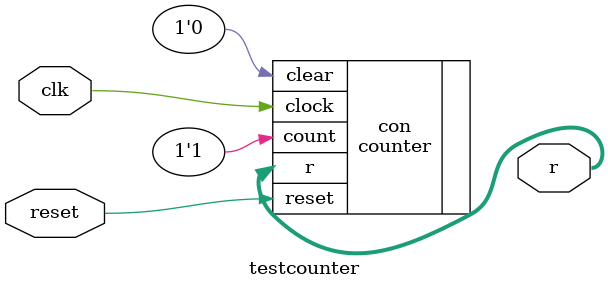
<source format=v>
`timescale 1ns / 1ps
module testcounter(
	input clk,
	input reset,
	output [2:0]r);
	
	counter #(.nBits(3),.M(7)) con (
    .clock(clk), 
    .reset(reset), 
    .clear(1'b0), 
    .count(1'b1), 
    .r(r)
    );

endmodule

</source>
